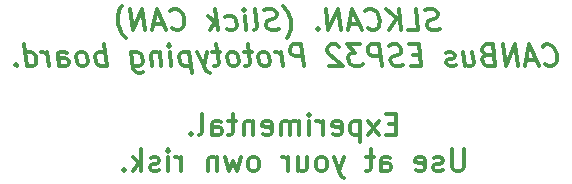
<source format=gbr>
%TF.GenerationSoftware,KiCad,Pcbnew,(5.1.9)-1*%
%TF.CreationDate,2021-03-13T19:54:35-06:00*%
%TF.ProjectId,SLKCAN,534c4b43-414e-42e6-9b69-6361645f7063,rev?*%
%TF.SameCoordinates,Original*%
%TF.FileFunction,Legend,Bot*%
%TF.FilePolarity,Positive*%
%FSLAX46Y46*%
G04 Gerber Fmt 4.6, Leading zero omitted, Abs format (unit mm)*
G04 Created by KiCad (PCBNEW (5.1.9)-1) date 2021-03-13 19:54:35*
%MOMM*%
%LPD*%
G01*
G04 APERTURE LIST*
%ADD10C,0.300000*%
G04 APERTURE END LIST*
D10*
X154770267Y-101844571D02*
X154523839Y-101930285D01*
X154095267Y-101930285D01*
X153913125Y-101844571D01*
X153816696Y-101758857D01*
X153709553Y-101587428D01*
X153688125Y-101416000D01*
X153752410Y-101244571D01*
X153827410Y-101158857D01*
X153988125Y-101073142D01*
X154320267Y-100987428D01*
X154480982Y-100901714D01*
X154555982Y-100816000D01*
X154620267Y-100644571D01*
X154598839Y-100473142D01*
X154491696Y-100301714D01*
X154395267Y-100216000D01*
X154213125Y-100130285D01*
X153784553Y-100130285D01*
X153538125Y-100216000D01*
X152123839Y-101930285D02*
X152980982Y-101930285D01*
X152755982Y-100130285D01*
X151523839Y-101930285D02*
X151298839Y-100130285D01*
X150495267Y-101930285D02*
X151138125Y-100901714D01*
X150270267Y-100130285D02*
X151427410Y-101158857D01*
X148673839Y-101758857D02*
X148770267Y-101844571D01*
X149038125Y-101930285D01*
X149209553Y-101930285D01*
X149455982Y-101844571D01*
X149605982Y-101673142D01*
X149670267Y-101501714D01*
X149713125Y-101158857D01*
X149680982Y-100901714D01*
X149552410Y-100558857D01*
X149445267Y-100387428D01*
X149252410Y-100216000D01*
X148984553Y-100130285D01*
X148813125Y-100130285D01*
X148566696Y-100216000D01*
X148491696Y-100301714D01*
X147945267Y-101416000D02*
X147088125Y-101416000D01*
X148180982Y-101930285D02*
X147355982Y-100130285D01*
X146980982Y-101930285D01*
X146380982Y-101930285D02*
X146155982Y-100130285D01*
X145352410Y-101930285D01*
X145127410Y-100130285D01*
X144473839Y-101758857D02*
X144398839Y-101844571D01*
X144495267Y-101930285D01*
X144570267Y-101844571D01*
X144473839Y-101758857D01*
X144495267Y-101930285D01*
X141838125Y-102616000D02*
X141913125Y-102530285D01*
X142052410Y-102273142D01*
X142116696Y-102101714D01*
X142170267Y-101844571D01*
X142202410Y-101416000D01*
X142159553Y-101073142D01*
X142020267Y-100644571D01*
X141902410Y-100387428D01*
X141795267Y-100216000D01*
X141591696Y-99958857D01*
X141495267Y-99873142D01*
X141141696Y-101844571D02*
X140895267Y-101930285D01*
X140466696Y-101930285D01*
X140284553Y-101844571D01*
X140188125Y-101758857D01*
X140080982Y-101587428D01*
X140059553Y-101416000D01*
X140123839Y-101244571D01*
X140198839Y-101158857D01*
X140359553Y-101073142D01*
X140691696Y-100987428D01*
X140852410Y-100901714D01*
X140927410Y-100816000D01*
X140991696Y-100644571D01*
X140970267Y-100473142D01*
X140863125Y-100301714D01*
X140766696Y-100216000D01*
X140584553Y-100130285D01*
X140155982Y-100130285D01*
X139909553Y-100216000D01*
X139095267Y-101930285D02*
X139255982Y-101844571D01*
X139320267Y-101673142D01*
X139127410Y-100130285D01*
X138409553Y-101930285D02*
X138259553Y-100730285D01*
X138184553Y-100130285D02*
X138280982Y-100216000D01*
X138205982Y-100301714D01*
X138109553Y-100216000D01*
X138184553Y-100130285D01*
X138205982Y-100301714D01*
X136770267Y-101844571D02*
X136952410Y-101930285D01*
X137295267Y-101930285D01*
X137455982Y-101844571D01*
X137530982Y-101758857D01*
X137595267Y-101587428D01*
X137530982Y-101073142D01*
X137423839Y-100901714D01*
X137327410Y-100816000D01*
X137145267Y-100730285D01*
X136802410Y-100730285D01*
X136641696Y-100816000D01*
X136009553Y-101930285D02*
X135784553Y-100130285D01*
X135752410Y-101244571D02*
X135323839Y-101930285D01*
X135173839Y-100730285D02*
X135945267Y-101416000D01*
X132130982Y-101758857D02*
X132227410Y-101844571D01*
X132495267Y-101930285D01*
X132666696Y-101930285D01*
X132913125Y-101844571D01*
X133063125Y-101673142D01*
X133127410Y-101501714D01*
X133170267Y-101158857D01*
X133138125Y-100901714D01*
X133009553Y-100558857D01*
X132902410Y-100387428D01*
X132709553Y-100216000D01*
X132441696Y-100130285D01*
X132270267Y-100130285D01*
X132023839Y-100216000D01*
X131948839Y-100301714D01*
X131402410Y-101416000D02*
X130545267Y-101416000D01*
X131638125Y-101930285D02*
X130813125Y-100130285D01*
X130438125Y-101930285D01*
X129838125Y-101930285D02*
X129613125Y-100130285D01*
X128809553Y-101930285D01*
X128584553Y-100130285D01*
X128209553Y-102616000D02*
X128113125Y-102530285D01*
X127909553Y-102273142D01*
X127802410Y-102101714D01*
X127684553Y-101844571D01*
X127545267Y-101416000D01*
X127502410Y-101073142D01*
X127534553Y-100644571D01*
X127588125Y-100387428D01*
X127652410Y-100216000D01*
X127791696Y-99958857D01*
X127866696Y-99873142D01*
X163673839Y-104758857D02*
X163770267Y-104844571D01*
X164038125Y-104930285D01*
X164209553Y-104930285D01*
X164455982Y-104844571D01*
X164605982Y-104673142D01*
X164670267Y-104501714D01*
X164713125Y-104158857D01*
X164680982Y-103901714D01*
X164552410Y-103558857D01*
X164445267Y-103387428D01*
X164252410Y-103216000D01*
X163984553Y-103130285D01*
X163813125Y-103130285D01*
X163566696Y-103216000D01*
X163491696Y-103301714D01*
X162945267Y-104416000D02*
X162088125Y-104416000D01*
X163180982Y-104930285D02*
X162355982Y-103130285D01*
X161980982Y-104930285D01*
X161380982Y-104930285D02*
X161155982Y-103130285D01*
X160352410Y-104930285D01*
X160127410Y-103130285D01*
X158777410Y-103987428D02*
X158530982Y-104073142D01*
X158455982Y-104158857D01*
X158391696Y-104330285D01*
X158423839Y-104587428D01*
X158530982Y-104758857D01*
X158627410Y-104844571D01*
X158809553Y-104930285D01*
X159495267Y-104930285D01*
X159270267Y-103130285D01*
X158670267Y-103130285D01*
X158509553Y-103216000D01*
X158434553Y-103301714D01*
X158370267Y-103473142D01*
X158391696Y-103644571D01*
X158498839Y-103816000D01*
X158595267Y-103901714D01*
X158777410Y-103987428D01*
X159377410Y-103987428D01*
X156773839Y-103730285D02*
X156923839Y-104930285D01*
X157545267Y-103730285D02*
X157663125Y-104673142D01*
X157598839Y-104844571D01*
X157438125Y-104930285D01*
X157180982Y-104930285D01*
X156998839Y-104844571D01*
X156902410Y-104758857D01*
X156141696Y-104844571D02*
X155980982Y-104930285D01*
X155638125Y-104930285D01*
X155455982Y-104844571D01*
X155348839Y-104673142D01*
X155338125Y-104587428D01*
X155402410Y-104416000D01*
X155563125Y-104330285D01*
X155820267Y-104330285D01*
X155980982Y-104244571D01*
X156045267Y-104073142D01*
X156034553Y-103987428D01*
X155927410Y-103816000D01*
X155745267Y-103730285D01*
X155488125Y-103730285D01*
X155327410Y-103816000D01*
X153120267Y-103987428D02*
X152520267Y-103987428D01*
X152380982Y-104930285D02*
X153238125Y-104930285D01*
X153013125Y-103130285D01*
X152155982Y-103130285D01*
X151684553Y-104844571D02*
X151438125Y-104930285D01*
X151009553Y-104930285D01*
X150827410Y-104844571D01*
X150730982Y-104758857D01*
X150623839Y-104587428D01*
X150602410Y-104416000D01*
X150666696Y-104244571D01*
X150741696Y-104158857D01*
X150902410Y-104073142D01*
X151234553Y-103987428D01*
X151395267Y-103901714D01*
X151470267Y-103816000D01*
X151534553Y-103644571D01*
X151513125Y-103473142D01*
X151405982Y-103301714D01*
X151309553Y-103216000D01*
X151127410Y-103130285D01*
X150698839Y-103130285D01*
X150452410Y-103216000D01*
X149895267Y-104930285D02*
X149670267Y-103130285D01*
X148984553Y-103130285D01*
X148823839Y-103216000D01*
X148748839Y-103301714D01*
X148684553Y-103473142D01*
X148716696Y-103730285D01*
X148823839Y-103901714D01*
X148920267Y-103987428D01*
X149102410Y-104073142D01*
X149788125Y-104073142D01*
X148041696Y-103130285D02*
X146927410Y-103130285D01*
X147613125Y-103816000D01*
X147355982Y-103816000D01*
X147195267Y-103901714D01*
X147120267Y-103987428D01*
X147055982Y-104158857D01*
X147109553Y-104587428D01*
X147216696Y-104758857D01*
X147313125Y-104844571D01*
X147495267Y-104930285D01*
X148009553Y-104930285D01*
X148170267Y-104844571D01*
X148245267Y-104758857D01*
X146263125Y-103301714D02*
X146166696Y-103216000D01*
X145984553Y-103130285D01*
X145555982Y-103130285D01*
X145395267Y-103216000D01*
X145320267Y-103301714D01*
X145255982Y-103473142D01*
X145277410Y-103644571D01*
X145395267Y-103901714D01*
X146552410Y-104930285D01*
X145438125Y-104930285D01*
X143295267Y-104930285D02*
X143070267Y-103130285D01*
X142384553Y-103130285D01*
X142223839Y-103216000D01*
X142148839Y-103301714D01*
X142084553Y-103473142D01*
X142116696Y-103730285D01*
X142223839Y-103901714D01*
X142320267Y-103987428D01*
X142502410Y-104073142D01*
X143188125Y-104073142D01*
X141495267Y-104930285D02*
X141345267Y-103730285D01*
X141388125Y-104073142D02*
X141280982Y-103901714D01*
X141184553Y-103816000D01*
X141002410Y-103730285D01*
X140830982Y-103730285D01*
X140123839Y-104930285D02*
X140284553Y-104844571D01*
X140359553Y-104758857D01*
X140423839Y-104587428D01*
X140359553Y-104073142D01*
X140252410Y-103901714D01*
X140155982Y-103816000D01*
X139973839Y-103730285D01*
X139716696Y-103730285D01*
X139555982Y-103816000D01*
X139480982Y-103901714D01*
X139416696Y-104073142D01*
X139480982Y-104587428D01*
X139588125Y-104758857D01*
X139684553Y-104844571D01*
X139866696Y-104930285D01*
X140123839Y-104930285D01*
X138859553Y-103730285D02*
X138173839Y-103730285D01*
X138527410Y-103130285D02*
X138720267Y-104673142D01*
X138655982Y-104844571D01*
X138495267Y-104930285D01*
X138323839Y-104930285D01*
X137466696Y-104930285D02*
X137627410Y-104844571D01*
X137702410Y-104758857D01*
X137766696Y-104587428D01*
X137702410Y-104073142D01*
X137595267Y-103901714D01*
X137498839Y-103816000D01*
X137316696Y-103730285D01*
X137059553Y-103730285D01*
X136898839Y-103816000D01*
X136823839Y-103901714D01*
X136759553Y-104073142D01*
X136823839Y-104587428D01*
X136930982Y-104758857D01*
X137027410Y-104844571D01*
X137209553Y-104930285D01*
X137466696Y-104930285D01*
X136202410Y-103730285D02*
X135516696Y-103730285D01*
X135870267Y-103130285D02*
X136063125Y-104673142D01*
X135998839Y-104844571D01*
X135838125Y-104930285D01*
X135666696Y-104930285D01*
X135088125Y-103730285D02*
X134809553Y-104930285D01*
X134230982Y-103730285D02*
X134809553Y-104930285D01*
X135034553Y-105358857D01*
X135130982Y-105444571D01*
X135313125Y-105530285D01*
X133545267Y-103730285D02*
X133770267Y-105530285D01*
X133555982Y-103816000D02*
X133373839Y-103730285D01*
X133030982Y-103730285D01*
X132870267Y-103816000D01*
X132795267Y-103901714D01*
X132730982Y-104073142D01*
X132795267Y-104587428D01*
X132902410Y-104758857D01*
X132998839Y-104844571D01*
X133180982Y-104930285D01*
X133523839Y-104930285D01*
X133684553Y-104844571D01*
X132066696Y-104930285D02*
X131916696Y-103730285D01*
X131841696Y-103130285D02*
X131938125Y-103216000D01*
X131863125Y-103301714D01*
X131766696Y-103216000D01*
X131841696Y-103130285D01*
X131863125Y-103301714D01*
X131059553Y-103730285D02*
X131209553Y-104930285D01*
X131080982Y-103901714D02*
X130984553Y-103816000D01*
X130802410Y-103730285D01*
X130545267Y-103730285D01*
X130384553Y-103816000D01*
X130320267Y-103987428D01*
X130438125Y-104930285D01*
X128659553Y-103730285D02*
X128841696Y-105187428D01*
X128948839Y-105358857D01*
X129045267Y-105444571D01*
X129227410Y-105530285D01*
X129484553Y-105530285D01*
X129645267Y-105444571D01*
X128798839Y-104844571D02*
X128980982Y-104930285D01*
X129323839Y-104930285D01*
X129484553Y-104844571D01*
X129559553Y-104758857D01*
X129623839Y-104587428D01*
X129559553Y-104073142D01*
X129452410Y-103901714D01*
X129355982Y-103816000D01*
X129173839Y-103730285D01*
X128830982Y-103730285D01*
X128670267Y-103816000D01*
X126580982Y-104930285D02*
X126355982Y-103130285D01*
X126441696Y-103816000D02*
X126259553Y-103730285D01*
X125916696Y-103730285D01*
X125755982Y-103816000D01*
X125680982Y-103901714D01*
X125616696Y-104073142D01*
X125680982Y-104587428D01*
X125788125Y-104758857D01*
X125884553Y-104844571D01*
X126066696Y-104930285D01*
X126409553Y-104930285D01*
X126570267Y-104844571D01*
X124695267Y-104930285D02*
X124855982Y-104844571D01*
X124930982Y-104758857D01*
X124995267Y-104587428D01*
X124930982Y-104073142D01*
X124823839Y-103901714D01*
X124727410Y-103816000D01*
X124545267Y-103730285D01*
X124288125Y-103730285D01*
X124127410Y-103816000D01*
X124052410Y-103901714D01*
X123988125Y-104073142D01*
X124052410Y-104587428D01*
X124159553Y-104758857D01*
X124255982Y-104844571D01*
X124438125Y-104930285D01*
X124695267Y-104930285D01*
X122552410Y-104930285D02*
X122434553Y-103987428D01*
X122498839Y-103816000D01*
X122659553Y-103730285D01*
X123002410Y-103730285D01*
X123184553Y-103816000D01*
X122541696Y-104844571D02*
X122723839Y-104930285D01*
X123152410Y-104930285D01*
X123313125Y-104844571D01*
X123377410Y-104673142D01*
X123355982Y-104501714D01*
X123248839Y-104330285D01*
X123066696Y-104244571D01*
X122638125Y-104244571D01*
X122455982Y-104158857D01*
X121695267Y-104930285D02*
X121545267Y-103730285D01*
X121588125Y-104073142D02*
X121480982Y-103901714D01*
X121384553Y-103816000D01*
X121202410Y-103730285D01*
X121030982Y-103730285D01*
X119809553Y-104930285D02*
X119584553Y-103130285D01*
X119798839Y-104844571D02*
X119980982Y-104930285D01*
X120323839Y-104930285D01*
X120484553Y-104844571D01*
X120559553Y-104758857D01*
X120623839Y-104587428D01*
X120559553Y-104073142D01*
X120452410Y-103901714D01*
X120355982Y-103816000D01*
X120173839Y-103730285D01*
X119830982Y-103730285D01*
X119670267Y-103816000D01*
X118930982Y-104758857D02*
X118855982Y-104844571D01*
X118952410Y-104930285D01*
X119027410Y-104844571D01*
X118930982Y-104758857D01*
X118952410Y-104930285D01*
X151117714Y-109877428D02*
X150517714Y-109877428D01*
X150260571Y-110820285D02*
X151117714Y-110820285D01*
X151117714Y-109020285D01*
X150260571Y-109020285D01*
X149660571Y-110820285D02*
X148717714Y-109620285D01*
X149660571Y-109620285D02*
X148717714Y-110820285D01*
X148032000Y-109620285D02*
X148032000Y-111420285D01*
X148032000Y-109706000D02*
X147860571Y-109620285D01*
X147517714Y-109620285D01*
X147346285Y-109706000D01*
X147260571Y-109791714D01*
X147174857Y-109963142D01*
X147174857Y-110477428D01*
X147260571Y-110648857D01*
X147346285Y-110734571D01*
X147517714Y-110820285D01*
X147860571Y-110820285D01*
X148032000Y-110734571D01*
X145717714Y-110734571D02*
X145889142Y-110820285D01*
X146232000Y-110820285D01*
X146403428Y-110734571D01*
X146489142Y-110563142D01*
X146489142Y-109877428D01*
X146403428Y-109706000D01*
X146232000Y-109620285D01*
X145889142Y-109620285D01*
X145717714Y-109706000D01*
X145632000Y-109877428D01*
X145632000Y-110048857D01*
X146489142Y-110220285D01*
X144860571Y-110820285D02*
X144860571Y-109620285D01*
X144860571Y-109963142D02*
X144774857Y-109791714D01*
X144689142Y-109706000D01*
X144517714Y-109620285D01*
X144346285Y-109620285D01*
X143746285Y-110820285D02*
X143746285Y-109620285D01*
X143746285Y-109020285D02*
X143832000Y-109106000D01*
X143746285Y-109191714D01*
X143660571Y-109106000D01*
X143746285Y-109020285D01*
X143746285Y-109191714D01*
X142889142Y-110820285D02*
X142889142Y-109620285D01*
X142889142Y-109791714D02*
X142803428Y-109706000D01*
X142632000Y-109620285D01*
X142374857Y-109620285D01*
X142203428Y-109706000D01*
X142117714Y-109877428D01*
X142117714Y-110820285D01*
X142117714Y-109877428D02*
X142032000Y-109706000D01*
X141860571Y-109620285D01*
X141603428Y-109620285D01*
X141432000Y-109706000D01*
X141346285Y-109877428D01*
X141346285Y-110820285D01*
X139803428Y-110734571D02*
X139974857Y-110820285D01*
X140317714Y-110820285D01*
X140489142Y-110734571D01*
X140574857Y-110563142D01*
X140574857Y-109877428D01*
X140489142Y-109706000D01*
X140317714Y-109620285D01*
X139974857Y-109620285D01*
X139803428Y-109706000D01*
X139717714Y-109877428D01*
X139717714Y-110048857D01*
X140574857Y-110220285D01*
X138946285Y-109620285D02*
X138946285Y-110820285D01*
X138946285Y-109791714D02*
X138860571Y-109706000D01*
X138689142Y-109620285D01*
X138432000Y-109620285D01*
X138260571Y-109706000D01*
X138174857Y-109877428D01*
X138174857Y-110820285D01*
X137574857Y-109620285D02*
X136889142Y-109620285D01*
X137317714Y-109020285D02*
X137317714Y-110563142D01*
X137232000Y-110734571D01*
X137060571Y-110820285D01*
X136889142Y-110820285D01*
X135517714Y-110820285D02*
X135517714Y-109877428D01*
X135603428Y-109706000D01*
X135774857Y-109620285D01*
X136117714Y-109620285D01*
X136289142Y-109706000D01*
X135517714Y-110734571D02*
X135689142Y-110820285D01*
X136117714Y-110820285D01*
X136289142Y-110734571D01*
X136374857Y-110563142D01*
X136374857Y-110391714D01*
X136289142Y-110220285D01*
X136117714Y-110134571D01*
X135689142Y-110134571D01*
X135517714Y-110048857D01*
X134403428Y-110820285D02*
X134574857Y-110734571D01*
X134660571Y-110563142D01*
X134660571Y-109020285D01*
X133717714Y-110648857D02*
X133632000Y-110734571D01*
X133717714Y-110820285D01*
X133803428Y-110734571D01*
X133717714Y-110648857D01*
X133717714Y-110820285D01*
X156817714Y-112020285D02*
X156817714Y-113477428D01*
X156732000Y-113648857D01*
X156646285Y-113734571D01*
X156474857Y-113820285D01*
X156132000Y-113820285D01*
X155960571Y-113734571D01*
X155874857Y-113648857D01*
X155789142Y-113477428D01*
X155789142Y-112020285D01*
X155017714Y-113734571D02*
X154846285Y-113820285D01*
X154503428Y-113820285D01*
X154332000Y-113734571D01*
X154246285Y-113563142D01*
X154246285Y-113477428D01*
X154332000Y-113306000D01*
X154503428Y-113220285D01*
X154760571Y-113220285D01*
X154932000Y-113134571D01*
X155017714Y-112963142D01*
X155017714Y-112877428D01*
X154932000Y-112706000D01*
X154760571Y-112620285D01*
X154503428Y-112620285D01*
X154332000Y-112706000D01*
X152789142Y-113734571D02*
X152960571Y-113820285D01*
X153303428Y-113820285D01*
X153474857Y-113734571D01*
X153560571Y-113563142D01*
X153560571Y-112877428D01*
X153474857Y-112706000D01*
X153303428Y-112620285D01*
X152960571Y-112620285D01*
X152789142Y-112706000D01*
X152703428Y-112877428D01*
X152703428Y-113048857D01*
X153560571Y-113220285D01*
X149789142Y-113820285D02*
X149789142Y-112877428D01*
X149874857Y-112706000D01*
X150046285Y-112620285D01*
X150389142Y-112620285D01*
X150560571Y-112706000D01*
X149789142Y-113734571D02*
X149960571Y-113820285D01*
X150389142Y-113820285D01*
X150560571Y-113734571D01*
X150646285Y-113563142D01*
X150646285Y-113391714D01*
X150560571Y-113220285D01*
X150389142Y-113134571D01*
X149960571Y-113134571D01*
X149789142Y-113048857D01*
X149189142Y-112620285D02*
X148503428Y-112620285D01*
X148932000Y-112020285D02*
X148932000Y-113563142D01*
X148846285Y-113734571D01*
X148674857Y-113820285D01*
X148503428Y-113820285D01*
X146703428Y-112620285D02*
X146274857Y-113820285D01*
X145846285Y-112620285D02*
X146274857Y-113820285D01*
X146446285Y-114248857D01*
X146532000Y-114334571D01*
X146703428Y-114420285D01*
X144903428Y-113820285D02*
X145074857Y-113734571D01*
X145160571Y-113648857D01*
X145246285Y-113477428D01*
X145246285Y-112963142D01*
X145160571Y-112791714D01*
X145074857Y-112706000D01*
X144903428Y-112620285D01*
X144646285Y-112620285D01*
X144474857Y-112706000D01*
X144389142Y-112791714D01*
X144303428Y-112963142D01*
X144303428Y-113477428D01*
X144389142Y-113648857D01*
X144474857Y-113734571D01*
X144646285Y-113820285D01*
X144903428Y-113820285D01*
X142760571Y-112620285D02*
X142760571Y-113820285D01*
X143532000Y-112620285D02*
X143532000Y-113563142D01*
X143446285Y-113734571D01*
X143274857Y-113820285D01*
X143017714Y-113820285D01*
X142846285Y-113734571D01*
X142760571Y-113648857D01*
X141903428Y-113820285D02*
X141903428Y-112620285D01*
X141903428Y-112963142D02*
X141817714Y-112791714D01*
X141732000Y-112706000D01*
X141560571Y-112620285D01*
X141389142Y-112620285D01*
X139160571Y-113820285D02*
X139332000Y-113734571D01*
X139417714Y-113648857D01*
X139503428Y-113477428D01*
X139503428Y-112963142D01*
X139417714Y-112791714D01*
X139332000Y-112706000D01*
X139160571Y-112620285D01*
X138903428Y-112620285D01*
X138732000Y-112706000D01*
X138646285Y-112791714D01*
X138560571Y-112963142D01*
X138560571Y-113477428D01*
X138646285Y-113648857D01*
X138732000Y-113734571D01*
X138903428Y-113820285D01*
X139160571Y-113820285D01*
X137960571Y-112620285D02*
X137617714Y-113820285D01*
X137274857Y-112963142D01*
X136932000Y-113820285D01*
X136589142Y-112620285D01*
X135903428Y-112620285D02*
X135903428Y-113820285D01*
X135903428Y-112791714D02*
X135817714Y-112706000D01*
X135646285Y-112620285D01*
X135389142Y-112620285D01*
X135217714Y-112706000D01*
X135132000Y-112877428D01*
X135132000Y-113820285D01*
X132903428Y-113820285D02*
X132903428Y-112620285D01*
X132903428Y-112963142D02*
X132817714Y-112791714D01*
X132732000Y-112706000D01*
X132560571Y-112620285D01*
X132389142Y-112620285D01*
X131789142Y-113820285D02*
X131789142Y-112620285D01*
X131789142Y-112020285D02*
X131874857Y-112106000D01*
X131789142Y-112191714D01*
X131703428Y-112106000D01*
X131789142Y-112020285D01*
X131789142Y-112191714D01*
X131017714Y-113734571D02*
X130846285Y-113820285D01*
X130503428Y-113820285D01*
X130332000Y-113734571D01*
X130246285Y-113563142D01*
X130246285Y-113477428D01*
X130332000Y-113306000D01*
X130503428Y-113220285D01*
X130760571Y-113220285D01*
X130932000Y-113134571D01*
X131017714Y-112963142D01*
X131017714Y-112877428D01*
X130932000Y-112706000D01*
X130760571Y-112620285D01*
X130503428Y-112620285D01*
X130332000Y-112706000D01*
X129474857Y-113820285D02*
X129474857Y-112020285D01*
X129303428Y-113134571D02*
X128789142Y-113820285D01*
X128789142Y-112620285D02*
X129474857Y-113306000D01*
X128017714Y-113648857D02*
X127932000Y-113734571D01*
X128017714Y-113820285D01*
X128103428Y-113734571D01*
X128017714Y-113648857D01*
X128017714Y-113820285D01*
M02*

</source>
